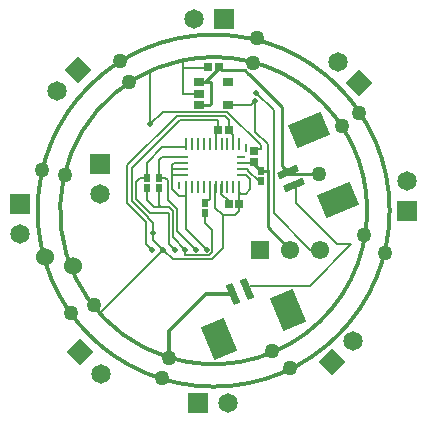
<source format=gbl>
G04 Layer_Physical_Order=2*
G04 Layer_Color=11436288*
%FSLAX25Y25*%
%MOIN*%
G70*
G01*
G75*
%ADD21R,0.02677X0.02520*%
%ADD22C,0.00787*%
%ADD23C,0.01000*%
%ADD24C,0.06000*%
%ADD25C,0.06500*%
%ADD26P,0.09192X4X270.0*%
%ADD27R,0.06500X0.06500*%
%ADD28P,0.09192X4X360.0*%
%ADD29R,0.06500X0.06500*%
%ADD30R,0.06102X0.06102*%
%ADD31C,0.06102*%
%ADD32C,0.02000*%
%ADD33C,0.05000*%
%ADD34C,0.01394*%
%ADD35R,0.00800X0.04067*%
%ADD36R,0.02673X0.00800*%
G04:AMPARAMS|DCode=37|XSize=82.68mil|YSize=118.11mil|CornerRadius=0mil|HoleSize=0mil|Usage=FLASHONLY|Rotation=292.500|XOffset=0mil|YOffset=0mil|HoleType=Round|Shape=Rectangle|*
%AMROTATEDRECTD37*
4,1,4,-0.07038,0.01559,0.03874,0.06079,0.07038,-0.01559,-0.03874,-0.06079,-0.07038,0.01559,0.0*
%
%ADD37ROTATEDRECTD37*%

G04:AMPARAMS|DCode=38|XSize=23.62mil|YSize=70.87mil|CornerRadius=0mil|HoleSize=0mil|Usage=FLASHONLY|Rotation=292.500|XOffset=0mil|YOffset=0mil|HoleType=Round|Shape=Rectangle|*
%AMROTATEDRECTD38*
4,1,4,-0.03726,-0.00265,0.02822,0.02447,0.03726,0.00265,-0.02822,-0.02447,-0.03726,-0.00265,0.0*
%
%ADD38ROTATEDRECTD38*%

G04:AMPARAMS|DCode=39|XSize=82.68mil|YSize=118.11mil|CornerRadius=0mil|HoleSize=0mil|Usage=FLASHONLY|Rotation=202.500|XOffset=0mil|YOffset=0mil|HoleType=Round|Shape=Rectangle|*
%AMROTATEDRECTD39*
4,1,4,0.01559,0.07038,0.06079,-0.03874,-0.01559,-0.07038,-0.06079,0.03874,0.01559,0.07038,0.0*
%
%ADD39ROTATEDRECTD39*%

G04:AMPARAMS|DCode=40|XSize=23.62mil|YSize=70.87mil|CornerRadius=0mil|HoleSize=0mil|Usage=FLASHONLY|Rotation=202.500|XOffset=0mil|YOffset=0mil|HoleType=Round|Shape=Rectangle|*
%AMROTATEDRECTD40*
4,1,4,-0.00265,0.03726,0.02447,-0.02822,0.00265,-0.03726,-0.02447,0.02822,-0.00265,0.03726,0.0*
%
%ADD40ROTATEDRECTD40*%

%ADD41R,0.02362X0.02559*%
%ADD42R,0.02520X0.02677*%
%ADD43R,0.03543X0.02559*%
D21*
X296890Y341831D02*
D03*
X300354D02*
D03*
X303701Y317323D02*
D03*
X300236D02*
D03*
X293543Y362992D02*
D03*
X297008D02*
D03*
D22*
X295933Y340874D02*
X296890Y341831D01*
X295933Y337073D02*
Y340874D01*
X300354Y341831D02*
X301878Y340307D01*
Y337073D02*
Y340307D01*
X292520Y317421D02*
X294004Y318905D01*
Y322770D01*
X322749Y317408D02*
Y322619D01*
Y317408D02*
X336417Y303740D01*
X341142D01*
X306299Y288976D02*
X307283Y289961D01*
X327362D01*
X341142Y303740D01*
X273484Y312625D02*
X275197Y310912D01*
Y305118D02*
Y310912D01*
Y305118D02*
X278346Y301969D01*
X270768Y325886D02*
X273031D01*
Y318504D02*
X275394Y316142D01*
X279134Y325886D02*
X279921Y325098D01*
X300354Y341831D02*
Y345315D01*
X296890Y341831D02*
Y344744D01*
X296386Y345248D02*
X296890Y344744D01*
X297835Y320669D02*
X300236Y318268D01*
Y317323D02*
Y318268D01*
X306004Y334744D02*
Y337205D01*
X303986Y326969D02*
X306102D01*
X307480Y325590D01*
X303986Y328937D02*
X306890D01*
X304331Y320472D02*
X305906D01*
X303740Y321063D02*
X304331Y320472D01*
X303740Y314862D02*
Y321063D01*
X277067Y327165D02*
Y331791D01*
Y316732D02*
Y322539D01*
X273031Y318504D02*
Y322539D01*
X281496Y330315D02*
X282087Y330906D01*
X281496Y322047D02*
X283858Y319685D01*
X283760Y322342D02*
Y324508D01*
X279921Y318589D02*
Y325098D01*
X292520Y310728D02*
Y314075D01*
X299083Y346587D02*
X300354Y345315D01*
X297835Y320669D02*
Y323770D01*
X295866Y315945D02*
Y323770D01*
Y315945D02*
X298425Y313386D01*
X305906Y320472D02*
X307480Y322047D01*
X303740Y321063D02*
Y323770D01*
X302264Y313386D02*
X303740Y314862D01*
X307480Y322047D02*
Y325590D01*
X266555Y317661D02*
Y330236D01*
X267972Y318248D02*
Y329291D01*
X273031Y325886D02*
Y331004D01*
X281496Y322047D02*
Y330315D01*
X282087Y330906D02*
X285778D01*
X278150Y332874D02*
X285778D01*
X278100Y336073D02*
X286024D01*
X277067Y331791D02*
X278150Y332874D01*
X273031Y331004D02*
X278100Y336073D01*
X281496Y326969D02*
X285778D01*
X281496Y328937D02*
X285778D01*
X277067Y325886D02*
X279134D01*
X269390Y324508D02*
X270768Y325886D01*
X283858Y319685D02*
X286024D01*
X277658Y316142D02*
X280476D01*
X277067Y316732D02*
X277658Y316142D01*
X275394D02*
X277658D01*
X292520Y310728D02*
X294858Y308390D01*
X298425Y313386D02*
X302264D01*
X267972Y329291D02*
X283929Y345248D01*
X266555Y330236D02*
X282906Y346587D01*
X286024Y319685D02*
Y323770D01*
X274114Y314272D02*
X280342D01*
X269390Y318996D02*
Y324508D01*
Y318996D02*
X274114Y314272D01*
X267972Y318248D02*
X273484Y312736D01*
X266555Y317661D02*
X272897Y311319D01*
X282906Y346587D02*
X299083D01*
X283929Y345248D02*
X296386D01*
X278240Y347925D02*
X299870D01*
X274213Y343898D02*
X278240Y347925D01*
X272897Y303874D02*
Y311319D01*
Y303874D02*
X274803Y301969D01*
X273484Y312625D02*
Y312736D01*
X280342Y303910D02*
Y314272D01*
Y303910D02*
X282283Y301969D01*
X280476Y316030D02*
Y316142D01*
Y316030D02*
X281680Y314826D01*
Y306115D02*
Y314826D01*
Y306115D02*
X285827Y301969D01*
X279921Y318589D02*
X283019Y315492D01*
Y308320D02*
Y315492D01*
Y308320D02*
X289370Y301969D01*
X286024Y308858D02*
Y319685D01*
Y308858D02*
X292913Y301969D01*
X294858Y301163D02*
Y308390D01*
X293719Y300024D02*
X294858Y301163D01*
X285850Y300024D02*
X293719D01*
X285827Y300047D02*
X285850Y300024D01*
X285827Y300047D02*
Y301969D01*
X298425Y302362D02*
Y313386D01*
X294748Y298685D02*
X298425Y302362D01*
X281630Y298685D02*
X294748D01*
X306890Y328150D02*
Y328937D01*
Y328150D02*
X310335Y324705D01*
X303986Y330906D02*
X308661D01*
X309055Y341339D02*
Y351417D01*
Y341339D02*
X313386Y337008D01*
Y328346D02*
Y337008D01*
X309213Y335591D02*
X310945D01*
X299870Y347925D02*
X310945Y336850D01*
Y335591D02*
Y336850D01*
X309449Y354331D02*
X315354Y348425D01*
Y314173D02*
Y348425D01*
Y314173D02*
X327559Y301969D01*
X330866D01*
X257351Y280973D02*
X278346Y301969D01*
Y301969D01*
X281630Y298685D01*
X274213Y343898D02*
Y361265D01*
X285039Y353937D02*
X290551D01*
X285011Y353966D02*
X285039Y353937D01*
X285011Y362598D02*
X293150D01*
X285011Y353966D02*
Y362598D01*
Y365102D01*
X300000Y350197D02*
X307835D01*
X309055Y351417D01*
D23*
X320079Y327953D02*
X320866Y327165D01*
X330315D01*
X313386Y309449D02*
X320866Y301969D01*
X313386Y309449D02*
Y328346D01*
X308661Y330413D02*
X311024Y328051D01*
X308661Y330413D02*
Y330906D01*
Y331339D01*
X311024Y328051D02*
X313090D01*
X306797Y360622D02*
X307095D01*
X318110Y349606D01*
Y329921D02*
Y349606D01*
Y329921D02*
X320079Y327953D01*
X305608Y361811D02*
X306797Y360622D01*
X292313Y357677D02*
X297008Y362372D01*
X294291Y350590D02*
Y357677D01*
X293898Y350197D02*
X294291Y350590D01*
X290551Y350197D02*
X293898D01*
X290551Y357677D02*
X292313D01*
X294291D01*
X298189Y361811D02*
X305608D01*
X297008Y362992D02*
X298189Y361811D01*
D24*
X238976Y299606D02*
D03*
X248425Y296457D02*
D03*
D25*
X242921Y354732D02*
D03*
X230709Y307205D02*
D03*
X257866Y260638D02*
D03*
X300000Y250787D02*
D03*
X341724Y271646D02*
D03*
X359842Y324685D02*
D03*
X336622Y364559D02*
D03*
X288701Y378740D02*
D03*
X257480Y320590D02*
D03*
D26*
X249992Y361803D02*
D03*
X334653Y264575D02*
D03*
D27*
X230709Y317205D02*
D03*
X359842Y314685D02*
D03*
X257480Y330591D02*
D03*
D28*
X250795Y267709D02*
D03*
X343693Y357488D02*
D03*
D29*
X290000Y250787D02*
D03*
X298701Y378740D02*
D03*
D30*
X310866Y301969D02*
D03*
D31*
X320866D02*
D03*
X330866D02*
D03*
D32*
X275197Y307480D02*
D03*
X274213Y343898D02*
D03*
X274803Y301969D02*
D03*
X278346D02*
D03*
X292913D02*
D03*
X282283D02*
D03*
X285827D02*
D03*
X289370D02*
D03*
X309449Y354331D02*
D03*
X309055Y351417D02*
D03*
D33*
X338189Y343307D02*
D03*
X264173Y364961D02*
D03*
X266929Y357874D02*
D03*
X238189Y328346D02*
D03*
X245669Y326772D02*
D03*
X247638Y280709D02*
D03*
X255512Y283465D02*
D03*
X280433Y265748D02*
D03*
X314567Y268110D02*
D03*
X320866Y262598D02*
D03*
X352362Y300787D02*
D03*
X278071Y259055D02*
D03*
X345276Y306693D02*
D03*
X343693Y347646D02*
D03*
X330315Y327165D02*
D03*
X309842Y372441D02*
D03*
X308268Y364173D02*
D03*
D34*
X346457Y314961D02*
G03*
X285011Y365102I-51181J0D01*
G01*
X280497Y265960D02*
G03*
X346457Y314961I14779J49001D01*
G01*
X353937D02*
G03*
X353937Y314961I-58661J0D01*
G01*
X285011Y365102D02*
G03*
X280433Y265979I10265J-50141D01*
G01*
Y274921D02*
X292605Y287093D01*
X301753D01*
X280433Y265979D02*
Y274921D01*
D35*
X303807Y337073D02*
D03*
X301839D02*
D03*
X299870D02*
D03*
X297902D02*
D03*
X295933D02*
D03*
X293965D02*
D03*
X291996D02*
D03*
X290028D02*
D03*
X288059D02*
D03*
X286090D02*
D03*
Y322770D02*
D03*
X288059D02*
D03*
X290028D02*
D03*
X291996D02*
D03*
X293965D02*
D03*
X295933D02*
D03*
X297902D02*
D03*
X299870D02*
D03*
X301839D02*
D03*
X303807D02*
D03*
D36*
X304553Y326969D02*
D03*
Y328937D02*
D03*
Y330906D02*
D03*
Y332874D02*
D03*
X285345Y326969D02*
D03*
Y328937D02*
D03*
Y330906D02*
D03*
Y332874D02*
D03*
D37*
X327149Y341748D02*
D03*
X336716Y318651D02*
D03*
D38*
X321962Y323406D02*
D03*
X320079Y327953D02*
D03*
D39*
X320094Y281906D02*
D03*
X296997Y272339D02*
D03*
D40*
X301753Y287093D02*
D03*
X306299Y288976D02*
D03*
D41*
X273031Y322539D02*
D03*
Y325886D02*
D03*
X277067Y322539D02*
D03*
Y325886D02*
D03*
X292520Y314075D02*
D03*
Y317421D02*
D03*
X311024Y328051D02*
D03*
Y324705D02*
D03*
D42*
X308661Y334803D02*
D03*
Y331339D02*
D03*
D43*
X300000Y350197D02*
D03*
Y357677D02*
D03*
X290551D02*
D03*
Y353937D02*
D03*
Y350197D02*
D03*
M02*

</source>
